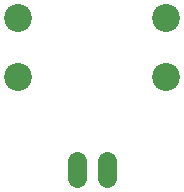
<source format=gbr>
G04 EAGLE Gerber RS-274X export*
G75*
%MOMM*%
%FSLAX34Y34*%
%LPD*%
%INSoldermask Top*%
%IPPOS*%
%AMOC8*
5,1,8,0,0,1.08239X$1,22.5*%
G01*
%ADD10C,1.625600*%
%ADD11C,2.362200*%


D10*
X76200Y32512D02*
X76200Y18288D01*
X101600Y18288D02*
X101600Y32512D01*
D11*
X26400Y153270D03*
X26400Y103270D03*
X151400Y103270D03*
X151400Y153270D03*
M02*

</source>
